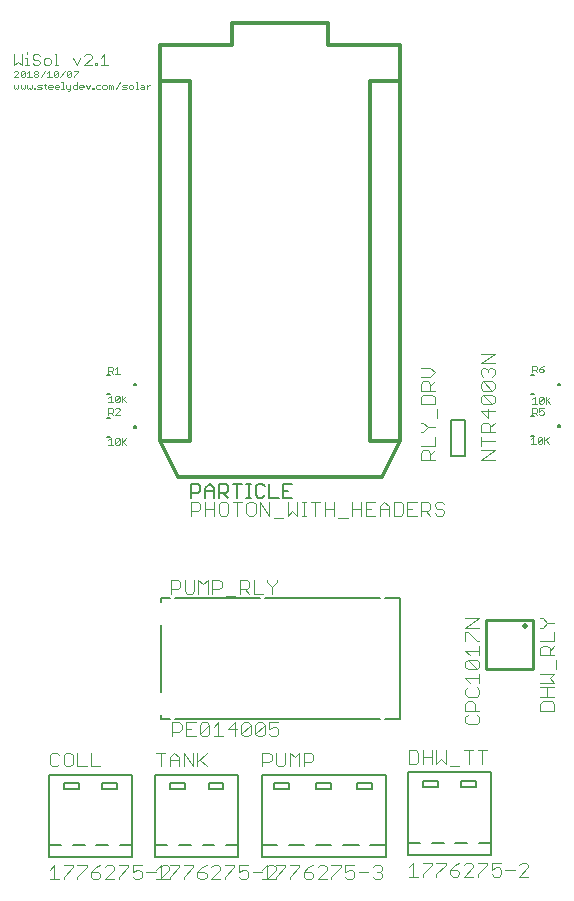
<source format=gbr>
G04 EAGLE Gerber X2 export*
%TF.Part,Single*%
%TF.FileFunction,Legend,Top,1*%
%TF.FilePolarity,Positive*%
%TF.GenerationSoftware,Autodesk,EAGLE,9.1.3*%
%TF.CreationDate,2018-10-07T17:36:22Z*%
G75*
%MOMM*%
%FSLAX34Y34*%
%LPD*%
%AMOC8*
5,1,8,0,0,1.08239X$1,22.5*%
G01*
%ADD10C,0.076200*%
%ADD11C,0.050800*%
%ADD12C,0.127000*%
%ADD13C,0.101600*%
%ADD14C,0.304800*%
%ADD15C,0.254000*%
%ADD16C,0.508000*%
%ADD17C,0.152400*%
%ADD18C,0.025400*%


D10*
X20381Y669787D02*
X20381Y660381D01*
X23516Y663516D01*
X26652Y660381D01*
X26652Y669787D01*
X29736Y666652D02*
X31304Y666652D01*
X31304Y660381D01*
X29736Y660381D02*
X32872Y660381D01*
X31304Y669787D02*
X31304Y671355D01*
X40676Y669787D02*
X42244Y668219D01*
X40676Y669787D02*
X37541Y669787D01*
X35973Y668219D01*
X35973Y666652D01*
X37541Y665084D01*
X40676Y665084D01*
X42244Y663516D01*
X42244Y661949D01*
X40676Y660381D01*
X37541Y660381D01*
X35973Y661949D01*
X46896Y660381D02*
X50031Y660381D01*
X51599Y661949D01*
X51599Y665084D01*
X50031Y666652D01*
X46896Y666652D01*
X45328Y665084D01*
X45328Y661949D01*
X46896Y660381D01*
X54683Y669787D02*
X56251Y669787D01*
X56251Y660381D01*
X54683Y660381D02*
X57819Y660381D01*
X70275Y666652D02*
X73411Y660381D01*
X76546Y666652D01*
X79631Y660381D02*
X85901Y660381D01*
X79631Y660381D02*
X85901Y666652D01*
X85901Y668219D01*
X84334Y669787D01*
X81198Y669787D01*
X79631Y668219D01*
X88986Y661949D02*
X88986Y660381D01*
X88986Y661949D02*
X90553Y661949D01*
X90553Y660381D01*
X88986Y660381D01*
X93663Y666652D02*
X96799Y669787D01*
X96799Y660381D01*
X99934Y660381D02*
X93663Y660381D01*
D11*
X23983Y650254D02*
X20254Y650254D01*
X23983Y653983D01*
X23983Y654915D01*
X23050Y655847D01*
X21186Y655847D01*
X20254Y654915D01*
X25867Y654915D02*
X25867Y651186D01*
X25867Y654915D02*
X26799Y655847D01*
X28663Y655847D01*
X29596Y654915D01*
X29596Y651186D01*
X28663Y650254D01*
X26799Y650254D01*
X25867Y651186D01*
X29596Y654915D01*
X31480Y653983D02*
X33344Y655847D01*
X33344Y650254D01*
X31480Y650254D02*
X35209Y650254D01*
X37093Y654915D02*
X38025Y655847D01*
X39890Y655847D01*
X40822Y654915D01*
X40822Y653983D01*
X39890Y653050D01*
X40822Y652118D01*
X40822Y651186D01*
X39890Y650254D01*
X38025Y650254D01*
X37093Y651186D01*
X37093Y652118D01*
X38025Y653050D01*
X37093Y653983D01*
X37093Y654915D01*
X38025Y653050D02*
X39890Y653050D01*
X42706Y650254D02*
X46435Y655847D01*
X48319Y653983D02*
X50184Y655847D01*
X50184Y650254D01*
X52048Y650254D02*
X48319Y650254D01*
X53933Y651186D02*
X53933Y654915D01*
X54865Y655847D01*
X56729Y655847D01*
X57661Y654915D01*
X57661Y651186D01*
X56729Y650254D01*
X54865Y650254D01*
X53933Y651186D01*
X57661Y654915D01*
X59546Y650254D02*
X63274Y655847D01*
X65159Y654915D02*
X65159Y651186D01*
X65159Y654915D02*
X66091Y655847D01*
X67955Y655847D01*
X68887Y654915D01*
X68887Y651186D01*
X67955Y650254D01*
X66091Y650254D01*
X65159Y651186D01*
X68887Y654915D01*
X70772Y655847D02*
X74500Y655847D01*
X74500Y654915D01*
X70772Y651186D01*
X70772Y650254D01*
X20254Y643983D02*
X20254Y641186D01*
X21186Y640254D01*
X22118Y641186D01*
X23050Y640254D01*
X23983Y641186D01*
X23983Y643983D01*
X25867Y643983D02*
X25867Y641186D01*
X26799Y640254D01*
X27731Y641186D01*
X28663Y640254D01*
X29596Y641186D01*
X29596Y643983D01*
X31480Y643983D02*
X31480Y641186D01*
X32412Y640254D01*
X33344Y641186D01*
X34277Y640254D01*
X35209Y641186D01*
X35209Y643983D01*
X37093Y641186D02*
X37093Y640254D01*
X37093Y641186D02*
X38025Y641186D01*
X38025Y640254D01*
X37093Y640254D01*
X39900Y640254D02*
X42696Y640254D01*
X43628Y641186D01*
X42696Y642118D01*
X40832Y642118D01*
X39900Y643050D01*
X40832Y643983D01*
X43628Y643983D01*
X46445Y644915D02*
X46445Y641186D01*
X47377Y640254D01*
X47377Y643983D02*
X45513Y643983D01*
X50187Y640254D02*
X52051Y640254D01*
X50187Y640254D02*
X49255Y641186D01*
X49255Y643050D01*
X50187Y643983D01*
X52051Y643983D01*
X52983Y643050D01*
X52983Y642118D01*
X49255Y642118D01*
X55800Y640254D02*
X57664Y640254D01*
X55800Y640254D02*
X54868Y641186D01*
X54868Y643050D01*
X55800Y643983D01*
X57664Y643983D01*
X58597Y643050D01*
X58597Y642118D01*
X54868Y642118D01*
X60481Y645847D02*
X61413Y645847D01*
X61413Y640254D01*
X60481Y640254D02*
X62345Y640254D01*
X64223Y641186D02*
X64223Y643983D01*
X64223Y641186D02*
X65155Y640254D01*
X67952Y640254D01*
X67952Y639322D02*
X67952Y643983D01*
X67952Y639322D02*
X67020Y638390D01*
X66087Y638390D01*
X73565Y640254D02*
X73565Y645847D01*
X73565Y640254D02*
X70768Y640254D01*
X69836Y641186D01*
X69836Y643050D01*
X70768Y643983D01*
X73565Y643983D01*
X76382Y640254D02*
X78246Y640254D01*
X76382Y640254D02*
X75449Y641186D01*
X75449Y643050D01*
X76382Y643983D01*
X78246Y643983D01*
X79178Y643050D01*
X79178Y642118D01*
X75449Y642118D01*
X81063Y643983D02*
X82927Y640254D01*
X84791Y643983D01*
X86676Y641186D02*
X86676Y640254D01*
X86676Y641186D02*
X87608Y641186D01*
X87608Y640254D01*
X86676Y640254D01*
X90414Y643983D02*
X93211Y643983D01*
X90414Y643983D02*
X89482Y643050D01*
X89482Y641186D01*
X90414Y640254D01*
X93211Y640254D01*
X96027Y640254D02*
X97892Y640254D01*
X98824Y641186D01*
X98824Y643050D01*
X97892Y643983D01*
X96027Y643983D01*
X95095Y643050D01*
X95095Y641186D01*
X96027Y640254D01*
X100708Y640254D02*
X100708Y643983D01*
X101640Y643983D01*
X102573Y643050D01*
X102573Y640254D01*
X102573Y643050D02*
X103505Y643983D01*
X104437Y643050D01*
X104437Y640254D01*
X106321Y640254D02*
X110050Y645847D01*
X111935Y640254D02*
X114731Y640254D01*
X115663Y641186D01*
X114731Y642118D01*
X112867Y642118D01*
X111935Y643050D01*
X112867Y643983D01*
X115663Y643983D01*
X118480Y640254D02*
X120344Y640254D01*
X121276Y641186D01*
X121276Y643050D01*
X120344Y643983D01*
X118480Y643983D01*
X117548Y643050D01*
X117548Y641186D01*
X118480Y640254D01*
X123161Y645847D02*
X124093Y645847D01*
X124093Y640254D01*
X123161Y640254D02*
X125025Y640254D01*
X127835Y643983D02*
X129699Y643983D01*
X130631Y643050D01*
X130631Y640254D01*
X127835Y640254D01*
X126903Y641186D01*
X127835Y642118D01*
X130631Y642118D01*
X132516Y640254D02*
X132516Y643983D01*
X134380Y643983D02*
X132516Y642118D01*
X134380Y643983D02*
X135312Y643983D01*
D12*
X170324Y305836D02*
X170324Y294396D01*
X170324Y305836D02*
X176044Y305836D01*
X177951Y303929D01*
X177951Y300116D01*
X176044Y298210D01*
X170324Y298210D01*
X182018Y302023D02*
X182018Y294396D01*
X182018Y302023D02*
X185832Y305836D01*
X189645Y302023D01*
X189645Y294396D01*
X189645Y300116D02*
X182018Y300116D01*
X193712Y294396D02*
X193712Y305836D01*
X199432Y305836D01*
X201339Y303929D01*
X201339Y300116D01*
X199432Y298210D01*
X193712Y298210D01*
X197526Y298210D02*
X201339Y294396D01*
X209219Y294396D02*
X209219Y305836D01*
X205406Y305836D02*
X213033Y305836D01*
X217100Y294396D02*
X220913Y294396D01*
X219007Y294396D02*
X219007Y305836D01*
X220913Y305836D02*
X217100Y305836D01*
X230616Y305836D02*
X232523Y303929D01*
X230616Y305836D02*
X226803Y305836D01*
X224896Y303929D01*
X224896Y296303D01*
X226803Y294396D01*
X230616Y294396D01*
X232523Y296303D01*
X236590Y294396D02*
X236590Y305836D01*
X236590Y294396D02*
X244217Y294396D01*
X248284Y305836D02*
X255911Y305836D01*
X248284Y305836D02*
X248284Y294396D01*
X255911Y294396D01*
X252097Y300116D02*
X248284Y300116D01*
D13*
X170197Y290723D02*
X170197Y279029D01*
X170197Y290723D02*
X176044Y290723D01*
X177993Y288774D01*
X177993Y284876D01*
X176044Y282927D01*
X170197Y282927D01*
X181891Y279029D02*
X181891Y290723D01*
X181891Y284876D02*
X189687Y284876D01*
X189687Y290723D02*
X189687Y279029D01*
X195534Y290723D02*
X199432Y290723D01*
X195534Y290723D02*
X193585Y288774D01*
X193585Y280978D01*
X195534Y279029D01*
X199432Y279029D01*
X201381Y280978D01*
X201381Y288774D01*
X199432Y290723D01*
X209177Y290723D02*
X209177Y279029D01*
X205279Y290723D02*
X213075Y290723D01*
X218922Y290723D02*
X222820Y290723D01*
X218922Y290723D02*
X216973Y288774D01*
X216973Y280978D01*
X218922Y279029D01*
X222820Y279029D01*
X224769Y280978D01*
X224769Y288774D01*
X222820Y290723D01*
X228667Y290723D02*
X228667Y279029D01*
X236463Y279029D02*
X228667Y290723D01*
X236463Y290723D02*
X236463Y279029D01*
X240361Y277080D02*
X248157Y277080D01*
X252055Y279029D02*
X252055Y290723D01*
X255953Y282927D02*
X252055Y279029D01*
X255953Y282927D02*
X259851Y279029D01*
X259851Y290723D01*
X263749Y279029D02*
X267647Y279029D01*
X265698Y279029D02*
X265698Y290723D01*
X263749Y290723D02*
X267647Y290723D01*
X275443Y290723D02*
X275443Y279029D01*
X271545Y290723D02*
X279341Y290723D01*
X283239Y290723D02*
X283239Y279029D01*
X283239Y284876D02*
X291035Y284876D01*
X291035Y290723D02*
X291035Y279029D01*
X294933Y277080D02*
X302729Y277080D01*
X306627Y279029D02*
X306627Y290723D01*
X306627Y284876D02*
X314423Y284876D01*
X314423Y290723D02*
X314423Y279029D01*
X318321Y290723D02*
X326117Y290723D01*
X318321Y290723D02*
X318321Y279029D01*
X326117Y279029D01*
X322219Y284876D02*
X318321Y284876D01*
X330015Y286825D02*
X330015Y279029D01*
X330015Y286825D02*
X333913Y290723D01*
X337811Y286825D01*
X337811Y279029D01*
X337811Y284876D02*
X330015Y284876D01*
X341709Y290723D02*
X341709Y279029D01*
X347556Y279029D01*
X349505Y280978D01*
X349505Y288774D01*
X347556Y290723D01*
X341709Y290723D01*
X353403Y290723D02*
X361199Y290723D01*
X353403Y290723D02*
X353403Y279029D01*
X361199Y279029D01*
X357301Y284876D02*
X353403Y284876D01*
X365097Y279029D02*
X365097Y290723D01*
X370944Y290723D01*
X372893Y288774D01*
X372893Y284876D01*
X370944Y282927D01*
X365097Y282927D01*
X368995Y282927D02*
X372893Y279029D01*
X384587Y288774D02*
X382638Y290723D01*
X378740Y290723D01*
X376791Y288774D01*
X376791Y286825D01*
X378740Y284876D01*
X382638Y284876D01*
X384587Y282927D01*
X384587Y280978D01*
X382638Y279029D01*
X378740Y279029D01*
X376791Y280978D01*
D14*
X347489Y646821D02*
X347489Y677301D01*
X144289Y677301D02*
X144289Y646821D01*
X205249Y677301D02*
X205249Y696351D01*
X286529Y696351D02*
X286529Y677301D01*
X286529Y696351D02*
X205249Y696351D01*
X205249Y677301D02*
X144289Y677301D01*
X286529Y677301D02*
X347489Y677301D01*
X144289Y342021D02*
X159529Y311541D01*
X332249Y311541D01*
X347489Y342021D01*
X144289Y342021D02*
X144289Y646821D01*
X144289Y342021D02*
X169689Y342021D01*
X169689Y646821D01*
X144289Y646821D01*
X347489Y646821D02*
X347489Y342021D01*
X322089Y342021D01*
X322089Y646821D02*
X347489Y646821D01*
X322089Y646821D02*
X322089Y342021D01*
D13*
X364748Y326458D02*
X376442Y326458D01*
X364748Y326458D02*
X364748Y332305D01*
X366697Y334254D01*
X370595Y334254D01*
X372544Y332305D01*
X372544Y326458D01*
X372544Y330356D02*
X376442Y334254D01*
X376442Y338152D02*
X364748Y338152D01*
X376442Y338152D02*
X376442Y345948D01*
X366697Y349846D02*
X364748Y349846D01*
X366697Y349846D02*
X370595Y353744D01*
X366697Y357642D01*
X364748Y357642D01*
X370595Y353744D02*
X376442Y353744D01*
X378391Y361540D02*
X378391Y369336D01*
X376442Y373234D02*
X364748Y373234D01*
X376442Y373234D02*
X376442Y379081D01*
X374493Y381030D01*
X366697Y381030D01*
X364748Y379081D01*
X364748Y373234D01*
X364748Y384928D02*
X376442Y384928D01*
X364748Y384928D02*
X364748Y390775D01*
X366697Y392724D01*
X370595Y392724D01*
X372544Y390775D01*
X372544Y384928D01*
X372544Y388826D02*
X376442Y392724D01*
X372544Y396622D02*
X364748Y396622D01*
X372544Y396622D02*
X376442Y400520D01*
X372544Y404418D01*
X364748Y404418D01*
X415548Y326458D02*
X427242Y326458D01*
X427242Y334254D02*
X415548Y326458D01*
X415548Y334254D02*
X427242Y334254D01*
X427242Y342050D02*
X415548Y342050D01*
X415548Y338152D02*
X415548Y345948D01*
X415548Y349846D02*
X427242Y349846D01*
X415548Y349846D02*
X415548Y355693D01*
X417497Y357642D01*
X421395Y357642D01*
X423344Y355693D01*
X423344Y349846D01*
X423344Y353744D02*
X427242Y357642D01*
X427242Y367387D02*
X415548Y367387D01*
X421395Y361540D01*
X421395Y369336D01*
X425293Y373234D02*
X417497Y373234D01*
X415548Y375183D01*
X415548Y379081D01*
X417497Y381030D01*
X425293Y381030D01*
X427242Y379081D01*
X427242Y375183D01*
X425293Y373234D01*
X417497Y381030D01*
X417497Y384928D02*
X425293Y384928D01*
X417497Y384928D02*
X415548Y386877D01*
X415548Y390775D01*
X417497Y392724D01*
X425293Y392724D01*
X427242Y390775D01*
X427242Y386877D01*
X425293Y384928D01*
X417497Y392724D01*
X417497Y396622D02*
X415548Y398571D01*
X415548Y402469D01*
X417497Y404418D01*
X419446Y404418D01*
X421395Y402469D01*
X421395Y400520D01*
X421395Y402469D02*
X423344Y404418D01*
X425293Y404418D01*
X427242Y402469D01*
X427242Y398571D01*
X425293Y396622D01*
X427242Y408316D02*
X415548Y408316D01*
X427242Y416112D01*
X415548Y416112D01*
D12*
X390000Y360200D02*
X390000Y329800D01*
X390000Y360200D02*
X402000Y360200D01*
X402000Y329800D01*
X402000Y329720D02*
X390000Y329720D01*
X230000Y44850D02*
X230000Y4850D01*
X335000Y-150D02*
X335000Y-10150D01*
X335000Y-150D02*
X335000Y59850D01*
X230000Y59850D01*
X230000Y-150D01*
X230000Y-10150D01*
X335000Y-10150D01*
X288500Y52350D02*
X276000Y52350D01*
X253000Y52350D02*
X240500Y52350D01*
X276000Y52350D02*
X276000Y47350D01*
X288500Y47350D01*
X288500Y52350D01*
X253000Y52350D02*
X253000Y47350D01*
X240500Y47350D01*
X240500Y52350D01*
X243000Y-150D02*
X230000Y-150D01*
X253000Y-150D02*
X266000Y-150D01*
X276000Y-150D02*
X289000Y-150D01*
X299000Y-150D02*
X312000Y-150D01*
X322000Y-150D02*
X335000Y-150D01*
X323500Y52350D02*
X311000Y52350D01*
X311000Y47350D01*
X323500Y47350D01*
X323500Y52350D01*
D13*
X234406Y-16848D02*
X230508Y-20746D01*
X234406Y-16848D02*
X234406Y-28542D01*
X230508Y-28542D02*
X238304Y-28542D01*
X242202Y-16848D02*
X249998Y-16848D01*
X249998Y-18797D01*
X242202Y-26593D01*
X242202Y-28542D01*
X253896Y-16848D02*
X261692Y-16848D01*
X261692Y-18797D01*
X253896Y-26593D01*
X253896Y-28542D01*
X269488Y-18797D02*
X273386Y-16848D01*
X269488Y-18797D02*
X265590Y-22695D01*
X265590Y-26593D01*
X267539Y-28542D01*
X271437Y-28542D01*
X273386Y-26593D01*
X273386Y-24644D01*
X271437Y-22695D01*
X265590Y-22695D01*
X277284Y-28542D02*
X285080Y-28542D01*
X277284Y-28542D02*
X285080Y-20746D01*
X285080Y-18797D01*
X283131Y-16848D01*
X279233Y-16848D01*
X277284Y-18797D01*
X288978Y-16848D02*
X296774Y-16848D01*
X296774Y-18797D01*
X288978Y-26593D01*
X288978Y-28542D01*
X300672Y-16848D02*
X308468Y-16848D01*
X300672Y-16848D02*
X300672Y-22695D01*
X304570Y-20746D01*
X306519Y-20746D01*
X308468Y-22695D01*
X308468Y-26593D01*
X306519Y-28542D01*
X302621Y-28542D01*
X300672Y-26593D01*
X312366Y-22695D02*
X320162Y-22695D01*
X324060Y-18797D02*
X326009Y-16848D01*
X329907Y-16848D01*
X331856Y-18797D01*
X331856Y-20746D01*
X329907Y-22695D01*
X327958Y-22695D01*
X329907Y-22695D02*
X331856Y-24644D01*
X331856Y-26593D01*
X329907Y-28542D01*
X326009Y-28542D01*
X324060Y-26593D01*
X230508Y66708D02*
X230508Y78402D01*
X236355Y78402D01*
X238304Y76453D01*
X238304Y72555D01*
X236355Y70606D01*
X230508Y70606D01*
X242202Y68657D02*
X242202Y78402D01*
X242202Y68657D02*
X244151Y66708D01*
X248049Y66708D01*
X249998Y68657D01*
X249998Y78402D01*
X253896Y78402D02*
X253896Y66708D01*
X257794Y74504D02*
X253896Y78402D01*
X257794Y74504D02*
X261692Y78402D01*
X261692Y66708D01*
X265590Y66708D02*
X265590Y78402D01*
X271437Y78402D01*
X273386Y76453D01*
X273386Y72555D01*
X271437Y70606D01*
X265590Y70606D01*
D12*
X210000Y44850D02*
X210000Y4850D01*
X140000Y4850D02*
X140000Y44850D01*
X210000Y-150D02*
X210000Y-10150D01*
X210000Y-150D02*
X210000Y59850D01*
X140000Y59850D01*
X140000Y-150D01*
X140000Y-10150D01*
X210000Y-10150D01*
X197500Y52350D02*
X185000Y52350D01*
X165000Y52350D02*
X152500Y52350D01*
X185000Y52350D02*
X185000Y47350D01*
X197500Y47350D01*
X197500Y52350D01*
X165000Y52350D02*
X165000Y47350D01*
X152500Y47350D01*
X152500Y52350D01*
X150000Y-150D02*
X140000Y-150D01*
X160000Y-150D02*
X170000Y-150D01*
X180000Y-150D02*
X190000Y-150D01*
X200000Y-150D02*
X210000Y-150D01*
D13*
X144406Y66708D02*
X144406Y78402D01*
X140508Y78402D02*
X148304Y78402D01*
X152202Y74504D02*
X152202Y66708D01*
X152202Y74504D02*
X156100Y78402D01*
X159998Y74504D01*
X159998Y66708D01*
X159998Y72555D02*
X152202Y72555D01*
X163896Y66708D02*
X163896Y78402D01*
X171692Y66708D01*
X171692Y78402D01*
X175590Y78402D02*
X175590Y66708D01*
X175590Y70606D02*
X183386Y78402D01*
X177539Y72555D02*
X183386Y66708D01*
X144406Y-16848D02*
X140508Y-20746D01*
X144406Y-16848D02*
X144406Y-28542D01*
X140508Y-28542D02*
X148304Y-28542D01*
X152202Y-16848D02*
X159998Y-16848D01*
X159998Y-18797D01*
X152202Y-26593D01*
X152202Y-28542D01*
X163896Y-16848D02*
X171692Y-16848D01*
X171692Y-18797D01*
X163896Y-26593D01*
X163896Y-28542D01*
X179488Y-18797D02*
X183386Y-16848D01*
X179488Y-18797D02*
X175590Y-22695D01*
X175590Y-26593D01*
X177539Y-28542D01*
X181437Y-28542D01*
X183386Y-26593D01*
X183386Y-24644D01*
X181437Y-22695D01*
X175590Y-22695D01*
X187284Y-28542D02*
X195080Y-28542D01*
X187284Y-28542D02*
X195080Y-20746D01*
X195080Y-18797D01*
X193131Y-16848D01*
X189233Y-16848D01*
X187284Y-18797D01*
X198978Y-16848D02*
X206774Y-16848D01*
X206774Y-18797D01*
X198978Y-26593D01*
X198978Y-28542D01*
X210672Y-16848D02*
X218468Y-16848D01*
X210672Y-16848D02*
X210672Y-22695D01*
X214570Y-20746D01*
X216519Y-20746D01*
X218468Y-22695D01*
X218468Y-26593D01*
X216519Y-28542D01*
X212621Y-28542D01*
X210672Y-26593D01*
X222366Y-22695D02*
X230162Y-22695D01*
X234060Y-28542D02*
X241856Y-28542D01*
X234060Y-28542D02*
X241856Y-20746D01*
X241856Y-18797D01*
X239907Y-16848D01*
X236009Y-16848D01*
X234060Y-18797D01*
D12*
X120000Y4850D02*
X120000Y44850D01*
X50000Y44850D02*
X50000Y4850D01*
X120000Y-150D02*
X120000Y-10150D01*
X120000Y-150D02*
X120000Y59850D01*
X50000Y59850D01*
X50000Y-150D01*
X50000Y-10150D01*
X120000Y-10150D01*
X107500Y52350D02*
X95000Y52350D01*
X75000Y52350D02*
X62500Y52350D01*
X95000Y52350D02*
X95000Y47350D01*
X107500Y47350D01*
X107500Y52350D01*
X75000Y52350D02*
X75000Y47350D01*
X62500Y47350D01*
X62500Y52350D01*
X60000Y-150D02*
X50000Y-150D01*
X70000Y-150D02*
X80000Y-150D01*
X90000Y-150D02*
X100000Y-150D01*
X110000Y-150D02*
X120000Y-150D01*
D13*
X58304Y76453D02*
X56355Y78402D01*
X52457Y78402D01*
X50508Y76453D01*
X50508Y68657D01*
X52457Y66708D01*
X56355Y66708D01*
X58304Y68657D01*
X64151Y78402D02*
X68049Y78402D01*
X64151Y78402D02*
X62202Y76453D01*
X62202Y68657D01*
X64151Y66708D01*
X68049Y66708D01*
X69998Y68657D01*
X69998Y76453D01*
X68049Y78402D01*
X73896Y78402D02*
X73896Y66708D01*
X81692Y66708D01*
X85590Y66708D02*
X85590Y78402D01*
X85590Y66708D02*
X93386Y66708D01*
X54406Y-16848D02*
X50508Y-20746D01*
X54406Y-16848D02*
X54406Y-28542D01*
X50508Y-28542D02*
X58304Y-28542D01*
X62202Y-16848D02*
X69998Y-16848D01*
X69998Y-18797D01*
X62202Y-26593D01*
X62202Y-28542D01*
X73896Y-16848D02*
X81692Y-16848D01*
X81692Y-18797D01*
X73896Y-26593D01*
X73896Y-28542D01*
X89488Y-18797D02*
X93386Y-16848D01*
X89488Y-18797D02*
X85590Y-22695D01*
X85590Y-26593D01*
X87539Y-28542D01*
X91437Y-28542D01*
X93386Y-26593D01*
X93386Y-24644D01*
X91437Y-22695D01*
X85590Y-22695D01*
X97284Y-28542D02*
X105080Y-28542D01*
X97284Y-28542D02*
X105080Y-20746D01*
X105080Y-18797D01*
X103131Y-16848D01*
X99233Y-16848D01*
X97284Y-18797D01*
X108978Y-16848D02*
X116774Y-16848D01*
X116774Y-18797D01*
X108978Y-26593D01*
X108978Y-28542D01*
X120672Y-16848D02*
X128468Y-16848D01*
X120672Y-16848D02*
X120672Y-22695D01*
X124570Y-20746D01*
X126519Y-20746D01*
X128468Y-22695D01*
X128468Y-26593D01*
X126519Y-28542D01*
X122621Y-28542D01*
X120672Y-26593D01*
X132366Y-22695D02*
X140162Y-22695D01*
X144060Y-28542D02*
X151856Y-28542D01*
X144060Y-28542D02*
X151856Y-20746D01*
X151856Y-18797D01*
X149907Y-16848D01*
X146009Y-16848D01*
X144060Y-18797D01*
D15*
X420000Y149250D02*
X460000Y149250D01*
X420000Y149250D02*
X420000Y190750D01*
X460000Y190750D01*
X460000Y149250D01*
D16*
X452700Y185240D03*
D13*
X465898Y114050D02*
X477592Y114050D01*
X477592Y119897D01*
X475643Y121846D01*
X467847Y121846D01*
X465898Y119897D01*
X465898Y114050D01*
X465898Y125744D02*
X477592Y125744D01*
X471745Y125744D02*
X471745Y133540D01*
X465898Y133540D02*
X477592Y133540D01*
X477592Y137438D02*
X465898Y137438D01*
X473694Y141336D02*
X477592Y137438D01*
X473694Y141336D02*
X477592Y145234D01*
X465898Y145234D01*
X479541Y149132D02*
X479541Y156928D01*
X477592Y160826D02*
X465898Y160826D01*
X465898Y166673D01*
X467847Y168622D01*
X471745Y168622D01*
X473694Y166673D01*
X473694Y160826D01*
X473694Y164724D02*
X477592Y168622D01*
X477592Y172520D02*
X465898Y172520D01*
X477592Y172520D02*
X477592Y180316D01*
X467847Y184214D02*
X465898Y184214D01*
X467847Y184214D02*
X471745Y188112D01*
X467847Y192010D01*
X465898Y192010D01*
X471745Y188112D02*
X477592Y188112D01*
X404347Y110152D02*
X402398Y108203D01*
X402398Y104305D01*
X404347Y102356D01*
X412143Y102356D01*
X414092Y104305D01*
X414092Y108203D01*
X412143Y110152D01*
X414092Y114050D02*
X402398Y114050D01*
X402398Y119897D01*
X404347Y121846D01*
X408245Y121846D01*
X410194Y119897D01*
X410194Y114050D01*
X402398Y131591D02*
X404347Y133540D01*
X402398Y131591D02*
X402398Y127693D01*
X404347Y125744D01*
X412143Y125744D01*
X414092Y127693D01*
X414092Y131591D01*
X412143Y133540D01*
X406296Y137438D02*
X402398Y141336D01*
X414092Y141336D01*
X414092Y137438D02*
X414092Y145234D01*
X412143Y149132D02*
X404347Y149132D01*
X402398Y151081D01*
X402398Y154979D01*
X404347Y156928D01*
X412143Y156928D01*
X414092Y154979D01*
X414092Y151081D01*
X412143Y149132D01*
X404347Y156928D01*
X406296Y160826D02*
X402398Y164724D01*
X414092Y164724D01*
X414092Y160826D02*
X414092Y168622D01*
X402398Y172520D02*
X402398Y180316D01*
X404347Y180316D01*
X412143Y172520D01*
X414092Y172520D01*
X414092Y184214D02*
X402398Y184214D01*
X414092Y192010D01*
X402398Y192010D01*
D12*
X424000Y46850D02*
X424000Y6850D01*
X354000Y6850D02*
X354000Y46850D01*
X424000Y1850D02*
X424000Y-8150D01*
X424000Y1850D02*
X424000Y61850D01*
X354000Y61850D01*
X354000Y1850D01*
X354000Y-8150D01*
X424000Y-8150D01*
X411500Y54350D02*
X399000Y54350D01*
X379000Y54350D02*
X366500Y54350D01*
X399000Y54350D02*
X399000Y49350D01*
X411500Y49350D01*
X411500Y54350D01*
X379000Y54350D02*
X379000Y49350D01*
X366500Y49350D01*
X366500Y54350D01*
X364000Y1850D02*
X354000Y1850D01*
X374000Y1850D02*
X384000Y1850D01*
X394000Y1850D02*
X404000Y1850D01*
X414000Y1850D02*
X424000Y1850D01*
D13*
X354508Y68708D02*
X354508Y80402D01*
X354508Y68708D02*
X360355Y68708D01*
X362304Y70657D01*
X362304Y78453D01*
X360355Y80402D01*
X354508Y80402D01*
X366202Y80402D02*
X366202Y68708D01*
X366202Y74555D02*
X373998Y74555D01*
X373998Y80402D02*
X373998Y68708D01*
X377896Y68708D02*
X377896Y80402D01*
X381794Y72606D02*
X377896Y68708D01*
X381794Y72606D02*
X385692Y68708D01*
X385692Y80402D01*
X389590Y66759D02*
X397386Y66759D01*
X405182Y68708D02*
X405182Y80402D01*
X401284Y80402D02*
X409080Y80402D01*
X416876Y80402D02*
X416876Y68708D01*
X412978Y80402D02*
X420774Y80402D01*
X358406Y-14848D02*
X354508Y-18746D01*
X358406Y-14848D02*
X358406Y-26542D01*
X354508Y-26542D02*
X362304Y-26542D01*
X366202Y-14848D02*
X373998Y-14848D01*
X373998Y-16797D01*
X366202Y-24593D01*
X366202Y-26542D01*
X377896Y-14848D02*
X385692Y-14848D01*
X385692Y-16797D01*
X377896Y-24593D01*
X377896Y-26542D01*
X393488Y-16797D02*
X397386Y-14848D01*
X393488Y-16797D02*
X389590Y-20695D01*
X389590Y-24593D01*
X391539Y-26542D01*
X395437Y-26542D01*
X397386Y-24593D01*
X397386Y-22644D01*
X395437Y-20695D01*
X389590Y-20695D01*
X401284Y-26542D02*
X409080Y-26542D01*
X401284Y-26542D02*
X409080Y-18746D01*
X409080Y-16797D01*
X407131Y-14848D01*
X403233Y-14848D01*
X401284Y-16797D01*
X412978Y-14848D02*
X420774Y-14848D01*
X420774Y-16797D01*
X412978Y-24593D01*
X412978Y-26542D01*
X424672Y-14848D02*
X432468Y-14848D01*
X424672Y-14848D02*
X424672Y-20695D01*
X428570Y-18746D01*
X430519Y-18746D01*
X432468Y-20695D01*
X432468Y-24593D01*
X430519Y-26542D01*
X426621Y-26542D01*
X424672Y-24593D01*
X436366Y-20695D02*
X444162Y-20695D01*
X448060Y-26542D02*
X455856Y-26542D01*
X448060Y-26542D02*
X455856Y-18746D01*
X455856Y-16797D01*
X453907Y-14848D01*
X450009Y-14848D01*
X448060Y-16797D01*
D17*
X457730Y363128D02*
X460270Y363128D01*
X460270Y346872D02*
X457730Y346872D01*
X480844Y355000D02*
X480846Y355054D01*
X480852Y355108D01*
X480861Y355162D01*
X480875Y355215D01*
X480892Y355266D01*
X480913Y355317D01*
X480937Y355365D01*
X480965Y355412D01*
X480996Y355457D01*
X481030Y355499D01*
X481067Y355539D01*
X481107Y355576D01*
X481149Y355610D01*
X481194Y355641D01*
X481241Y355669D01*
X481289Y355693D01*
X481340Y355714D01*
X481391Y355731D01*
X481444Y355745D01*
X481498Y355754D01*
X481552Y355760D01*
X481606Y355762D01*
X481660Y355760D01*
X481714Y355754D01*
X481768Y355745D01*
X481821Y355731D01*
X481872Y355714D01*
X481923Y355693D01*
X481971Y355669D01*
X482018Y355641D01*
X482063Y355610D01*
X482105Y355576D01*
X482145Y355539D01*
X482182Y355499D01*
X482216Y355457D01*
X482247Y355412D01*
X482275Y355365D01*
X482299Y355317D01*
X482320Y355266D01*
X482337Y355215D01*
X482351Y355162D01*
X482360Y355108D01*
X482366Y355054D01*
X482368Y355000D01*
X482366Y354946D01*
X482360Y354892D01*
X482351Y354838D01*
X482337Y354785D01*
X482320Y354734D01*
X482299Y354683D01*
X482275Y354635D01*
X482247Y354588D01*
X482216Y354543D01*
X482182Y354501D01*
X482145Y354461D01*
X482105Y354424D01*
X482063Y354390D01*
X482018Y354359D01*
X481971Y354331D01*
X481923Y354307D01*
X481872Y354286D01*
X481821Y354269D01*
X481768Y354255D01*
X481714Y354246D01*
X481660Y354240D01*
X481606Y354238D01*
X481552Y354240D01*
X481498Y354246D01*
X481444Y354255D01*
X481391Y354269D01*
X481340Y354286D01*
X481289Y354307D01*
X481241Y354331D01*
X481194Y354359D01*
X481149Y354390D01*
X481107Y354424D01*
X481067Y354461D01*
X481030Y354501D01*
X480996Y354543D01*
X480965Y354588D01*
X480937Y354635D01*
X480913Y354683D01*
X480892Y354734D01*
X480875Y354785D01*
X480861Y354838D01*
X480852Y354892D01*
X480846Y354946D01*
X480844Y355000D01*
D18*
X459141Y364287D02*
X459141Y370134D01*
X462064Y370134D01*
X463039Y369159D01*
X463039Y367210D01*
X462064Y366236D01*
X459141Y366236D01*
X461090Y366236D02*
X463039Y364287D01*
X464754Y370134D02*
X468652Y370134D01*
X464754Y370134D02*
X464754Y367210D01*
X466703Y368185D01*
X467678Y368185D01*
X468652Y367210D01*
X468652Y365261D01*
X467678Y364287D01*
X465729Y364287D01*
X464754Y365261D01*
X460090Y345734D02*
X458141Y343785D01*
X460090Y345734D02*
X460090Y339887D01*
X458141Y339887D02*
X462039Y339887D01*
X463754Y340861D02*
X463754Y344759D01*
X464729Y345734D01*
X466678Y345734D01*
X467652Y344759D01*
X467652Y340861D01*
X466678Y339887D01*
X464729Y339887D01*
X463754Y340861D01*
X467652Y344759D01*
X469367Y345734D02*
X469367Y339887D01*
X469367Y341836D02*
X473265Y345734D01*
X470342Y342810D02*
X473265Y339887D01*
D17*
X460270Y398128D02*
X457730Y398128D01*
X457730Y381872D02*
X460270Y381872D01*
X480844Y390000D02*
X480846Y390054D01*
X480852Y390108D01*
X480861Y390162D01*
X480875Y390215D01*
X480892Y390266D01*
X480913Y390317D01*
X480937Y390365D01*
X480965Y390412D01*
X480996Y390457D01*
X481030Y390499D01*
X481067Y390539D01*
X481107Y390576D01*
X481149Y390610D01*
X481194Y390641D01*
X481241Y390669D01*
X481289Y390693D01*
X481340Y390714D01*
X481391Y390731D01*
X481444Y390745D01*
X481498Y390754D01*
X481552Y390760D01*
X481606Y390762D01*
X481660Y390760D01*
X481714Y390754D01*
X481768Y390745D01*
X481821Y390731D01*
X481872Y390714D01*
X481923Y390693D01*
X481971Y390669D01*
X482018Y390641D01*
X482063Y390610D01*
X482105Y390576D01*
X482145Y390539D01*
X482182Y390499D01*
X482216Y390457D01*
X482247Y390412D01*
X482275Y390365D01*
X482299Y390317D01*
X482320Y390266D01*
X482337Y390215D01*
X482351Y390162D01*
X482360Y390108D01*
X482366Y390054D01*
X482368Y390000D01*
X482366Y389946D01*
X482360Y389892D01*
X482351Y389838D01*
X482337Y389785D01*
X482320Y389734D01*
X482299Y389683D01*
X482275Y389635D01*
X482247Y389588D01*
X482216Y389543D01*
X482182Y389501D01*
X482145Y389461D01*
X482105Y389424D01*
X482063Y389390D01*
X482018Y389359D01*
X481971Y389331D01*
X481923Y389307D01*
X481872Y389286D01*
X481821Y389269D01*
X481768Y389255D01*
X481714Y389246D01*
X481660Y389240D01*
X481606Y389238D01*
X481552Y389240D01*
X481498Y389246D01*
X481444Y389255D01*
X481391Y389269D01*
X481340Y389286D01*
X481289Y389307D01*
X481241Y389331D01*
X481194Y389359D01*
X481149Y389390D01*
X481107Y389424D01*
X481067Y389461D01*
X481030Y389501D01*
X480996Y389543D01*
X480965Y389588D01*
X480937Y389635D01*
X480913Y389683D01*
X480892Y389734D01*
X480875Y389785D01*
X480861Y389838D01*
X480852Y389892D01*
X480846Y389946D01*
X480844Y390000D01*
D18*
X459141Y400287D02*
X459141Y406134D01*
X462064Y406134D01*
X463039Y405159D01*
X463039Y403210D01*
X462064Y402236D01*
X459141Y402236D01*
X461090Y402236D02*
X463039Y400287D01*
X466703Y405159D02*
X468652Y406134D01*
X466703Y405159D02*
X464754Y403210D01*
X464754Y401261D01*
X465729Y400287D01*
X467678Y400287D01*
X468652Y401261D01*
X468652Y402236D01*
X467678Y403210D01*
X464754Y403210D01*
X461090Y379734D02*
X459141Y377785D01*
X461090Y379734D02*
X461090Y373887D01*
X459141Y373887D02*
X463039Y373887D01*
X464754Y374861D02*
X464754Y378759D01*
X465729Y379734D01*
X467678Y379734D01*
X468652Y378759D01*
X468652Y374861D01*
X467678Y373887D01*
X465729Y373887D01*
X464754Y374861D01*
X468652Y378759D01*
X470367Y379734D02*
X470367Y373887D01*
X470367Y375836D02*
X474265Y379734D01*
X471342Y376810D02*
X474265Y373887D01*
D17*
X101270Y398128D02*
X98730Y398128D01*
X98730Y381872D02*
X101270Y381872D01*
X121844Y390000D02*
X121846Y390054D01*
X121852Y390108D01*
X121861Y390162D01*
X121875Y390215D01*
X121892Y390266D01*
X121913Y390317D01*
X121937Y390365D01*
X121965Y390412D01*
X121996Y390457D01*
X122030Y390499D01*
X122067Y390539D01*
X122107Y390576D01*
X122149Y390610D01*
X122194Y390641D01*
X122241Y390669D01*
X122289Y390693D01*
X122340Y390714D01*
X122391Y390731D01*
X122444Y390745D01*
X122498Y390754D01*
X122552Y390760D01*
X122606Y390762D01*
X122660Y390760D01*
X122714Y390754D01*
X122768Y390745D01*
X122821Y390731D01*
X122872Y390714D01*
X122923Y390693D01*
X122971Y390669D01*
X123018Y390641D01*
X123063Y390610D01*
X123105Y390576D01*
X123145Y390539D01*
X123182Y390499D01*
X123216Y390457D01*
X123247Y390412D01*
X123275Y390365D01*
X123299Y390317D01*
X123320Y390266D01*
X123337Y390215D01*
X123351Y390162D01*
X123360Y390108D01*
X123366Y390054D01*
X123368Y390000D01*
X123366Y389946D01*
X123360Y389892D01*
X123351Y389838D01*
X123337Y389785D01*
X123320Y389734D01*
X123299Y389683D01*
X123275Y389635D01*
X123247Y389588D01*
X123216Y389543D01*
X123182Y389501D01*
X123145Y389461D01*
X123105Y389424D01*
X123063Y389390D01*
X123018Y389359D01*
X122971Y389331D01*
X122923Y389307D01*
X122872Y389286D01*
X122821Y389269D01*
X122768Y389255D01*
X122714Y389246D01*
X122660Y389240D01*
X122606Y389238D01*
X122552Y389240D01*
X122498Y389246D01*
X122444Y389255D01*
X122391Y389269D01*
X122340Y389286D01*
X122289Y389307D01*
X122241Y389331D01*
X122194Y389359D01*
X122149Y389390D01*
X122107Y389424D01*
X122067Y389461D01*
X122030Y389501D01*
X121996Y389543D01*
X121965Y389588D01*
X121937Y389635D01*
X121913Y389683D01*
X121892Y389734D01*
X121875Y389785D01*
X121861Y389838D01*
X121852Y389892D01*
X121846Y389946D01*
X121844Y390000D01*
D18*
X100141Y399287D02*
X100141Y405134D01*
X103064Y405134D01*
X104039Y404159D01*
X104039Y402210D01*
X103064Y401236D01*
X100141Y401236D01*
X102090Y401236D02*
X104039Y399287D01*
X105754Y403185D02*
X107703Y405134D01*
X107703Y399287D01*
X105754Y399287D02*
X109652Y399287D01*
X102090Y380734D02*
X100141Y378785D01*
X102090Y380734D02*
X102090Y374887D01*
X100141Y374887D02*
X104039Y374887D01*
X105754Y375861D02*
X105754Y379759D01*
X106729Y380734D01*
X108678Y380734D01*
X109652Y379759D01*
X109652Y375861D01*
X108678Y374887D01*
X106729Y374887D01*
X105754Y375861D01*
X109652Y379759D01*
X111367Y380734D02*
X111367Y374887D01*
X111367Y376836D02*
X115265Y380734D01*
X112342Y377810D02*
X115265Y374887D01*
D17*
X101270Y362128D02*
X98730Y362128D01*
X98730Y345872D02*
X101270Y345872D01*
X121844Y354000D02*
X121846Y354054D01*
X121852Y354108D01*
X121861Y354162D01*
X121875Y354215D01*
X121892Y354266D01*
X121913Y354317D01*
X121937Y354365D01*
X121965Y354412D01*
X121996Y354457D01*
X122030Y354499D01*
X122067Y354539D01*
X122107Y354576D01*
X122149Y354610D01*
X122194Y354641D01*
X122241Y354669D01*
X122289Y354693D01*
X122340Y354714D01*
X122391Y354731D01*
X122444Y354745D01*
X122498Y354754D01*
X122552Y354760D01*
X122606Y354762D01*
X122660Y354760D01*
X122714Y354754D01*
X122768Y354745D01*
X122821Y354731D01*
X122872Y354714D01*
X122923Y354693D01*
X122971Y354669D01*
X123018Y354641D01*
X123063Y354610D01*
X123105Y354576D01*
X123145Y354539D01*
X123182Y354499D01*
X123216Y354457D01*
X123247Y354412D01*
X123275Y354365D01*
X123299Y354317D01*
X123320Y354266D01*
X123337Y354215D01*
X123351Y354162D01*
X123360Y354108D01*
X123366Y354054D01*
X123368Y354000D01*
X123366Y353946D01*
X123360Y353892D01*
X123351Y353838D01*
X123337Y353785D01*
X123320Y353734D01*
X123299Y353683D01*
X123275Y353635D01*
X123247Y353588D01*
X123216Y353543D01*
X123182Y353501D01*
X123145Y353461D01*
X123105Y353424D01*
X123063Y353390D01*
X123018Y353359D01*
X122971Y353331D01*
X122923Y353307D01*
X122872Y353286D01*
X122821Y353269D01*
X122768Y353255D01*
X122714Y353246D01*
X122660Y353240D01*
X122606Y353238D01*
X122552Y353240D01*
X122498Y353246D01*
X122444Y353255D01*
X122391Y353269D01*
X122340Y353286D01*
X122289Y353307D01*
X122241Y353331D01*
X122194Y353359D01*
X122149Y353390D01*
X122107Y353424D01*
X122067Y353461D01*
X122030Y353501D01*
X121996Y353543D01*
X121965Y353588D01*
X121937Y353635D01*
X121913Y353683D01*
X121892Y353734D01*
X121875Y353785D01*
X121861Y353838D01*
X121852Y353892D01*
X121846Y353946D01*
X121844Y354000D01*
D18*
X100141Y364287D02*
X100141Y370134D01*
X103064Y370134D01*
X104039Y369159D01*
X104039Y367210D01*
X103064Y366236D01*
X100141Y366236D01*
X102090Y366236D02*
X104039Y364287D01*
X105754Y364287D02*
X109652Y364287D01*
X105754Y364287D02*
X109652Y368185D01*
X109652Y369159D01*
X108678Y370134D01*
X106729Y370134D01*
X105754Y369159D01*
X102090Y344734D02*
X100141Y342785D01*
X102090Y344734D02*
X102090Y338887D01*
X100141Y338887D02*
X104039Y338887D01*
X105754Y339861D02*
X105754Y343759D01*
X106729Y344734D01*
X108678Y344734D01*
X109652Y343759D01*
X109652Y339861D01*
X108678Y338887D01*
X106729Y338887D01*
X105754Y339861D01*
X109652Y343759D01*
X111367Y344734D02*
X111367Y338887D01*
X111367Y340836D02*
X115265Y344734D01*
X112342Y341810D02*
X115265Y338887D01*
D17*
X144760Y209408D02*
X144760Y205598D01*
X144760Y106792D02*
X152126Y106792D01*
X347198Y106792D02*
X347198Y209408D01*
X333990Y209408D01*
X329926Y209408D02*
X232390Y209408D01*
X228326Y209408D02*
X156190Y209408D01*
X144760Y186802D02*
X144760Y129398D01*
X144760Y209408D02*
X152126Y209408D01*
X156190Y106792D02*
X329926Y106792D01*
X144760Y106792D02*
X144760Y110602D01*
X333990Y106792D02*
X347198Y106792D01*
X144760Y205598D02*
X144760Y209408D01*
X144760Y106792D02*
X152126Y106792D01*
X347198Y106792D02*
X347198Y209408D01*
X333990Y209408D01*
X329926Y209408D02*
X232390Y209408D01*
X228326Y209408D02*
X156190Y209408D01*
X144760Y186802D02*
X144760Y129398D01*
X144760Y209408D02*
X152126Y209408D01*
X156190Y106792D02*
X329926Y106792D01*
X144760Y106792D02*
X144760Y110602D01*
X333990Y106792D02*
X347198Y106792D01*
X144760Y205598D02*
X144760Y209408D01*
X144760Y106792D02*
X152126Y106792D01*
X347198Y106792D02*
X347198Y209408D01*
X333990Y209408D01*
X329926Y209408D02*
X232390Y209408D01*
X228326Y209408D02*
X156190Y209408D01*
X144760Y186802D02*
X144760Y129398D01*
X144760Y209408D02*
X152126Y209408D01*
X156190Y106792D02*
X329926Y106792D01*
X144760Y106792D02*
X144760Y110602D01*
X333990Y106792D02*
X347198Y106792D01*
D10*
X153015Y212837D02*
X153015Y224785D01*
X158989Y224785D01*
X160980Y222794D01*
X160980Y218811D01*
X158989Y216820D01*
X153015Y216820D01*
X164709Y214828D02*
X164709Y224785D01*
X164709Y214828D02*
X166700Y212837D01*
X170683Y212837D01*
X172674Y214828D01*
X172674Y224785D01*
X176403Y224785D02*
X176403Y212837D01*
X180386Y220802D02*
X176403Y224785D01*
X180386Y220802D02*
X184368Y224785D01*
X184368Y212837D01*
X188097Y212837D02*
X188097Y224785D01*
X194071Y224785D01*
X196062Y222794D01*
X196062Y218811D01*
X194071Y216820D01*
X188097Y216820D01*
X199791Y210846D02*
X207756Y210846D01*
X211485Y212837D02*
X211485Y224785D01*
X217459Y224785D01*
X219450Y222794D01*
X219450Y218811D01*
X217459Y216820D01*
X211485Y216820D01*
X215468Y216820D02*
X219450Y212837D01*
X223179Y212837D02*
X223179Y224785D01*
X223179Y212837D02*
X231144Y212837D01*
X234873Y222794D02*
X234873Y224785D01*
X234873Y222794D02*
X238856Y218811D01*
X242838Y222794D01*
X242838Y224785D01*
X238856Y218811D02*
X238856Y212837D01*
X154285Y104135D02*
X154285Y92187D01*
X154285Y104135D02*
X160259Y104135D01*
X162250Y102144D01*
X162250Y98161D01*
X160259Y96170D01*
X154285Y96170D01*
X165979Y104135D02*
X173944Y104135D01*
X165979Y104135D02*
X165979Y92187D01*
X173944Y92187D01*
X169962Y98161D02*
X165979Y98161D01*
X177673Y94178D02*
X177673Y102144D01*
X179664Y104135D01*
X183647Y104135D01*
X185638Y102144D01*
X185638Y94178D01*
X183647Y92187D01*
X179664Y92187D01*
X177673Y94178D01*
X185638Y102144D01*
X189367Y100152D02*
X193350Y104135D01*
X193350Y92187D01*
X197332Y92187D02*
X189367Y92187D01*
X207035Y92187D02*
X207035Y104135D01*
X201061Y98161D01*
X209026Y98161D01*
X212755Y94178D02*
X212755Y102144D01*
X214746Y104135D01*
X218729Y104135D01*
X220720Y102144D01*
X220720Y94178D01*
X218729Y92187D01*
X214746Y92187D01*
X212755Y94178D01*
X220720Y102144D01*
X224449Y102144D02*
X224449Y94178D01*
X224449Y102144D02*
X226440Y104135D01*
X230423Y104135D01*
X232414Y102144D01*
X232414Y94178D01*
X230423Y92187D01*
X226440Y92187D01*
X224449Y94178D01*
X232414Y102144D01*
X236143Y104135D02*
X244108Y104135D01*
X236143Y104135D02*
X236143Y98161D01*
X240126Y100152D01*
X242117Y100152D01*
X244108Y98161D01*
X244108Y94178D01*
X242117Y92187D01*
X238134Y92187D01*
X236143Y94178D01*
M02*

</source>
